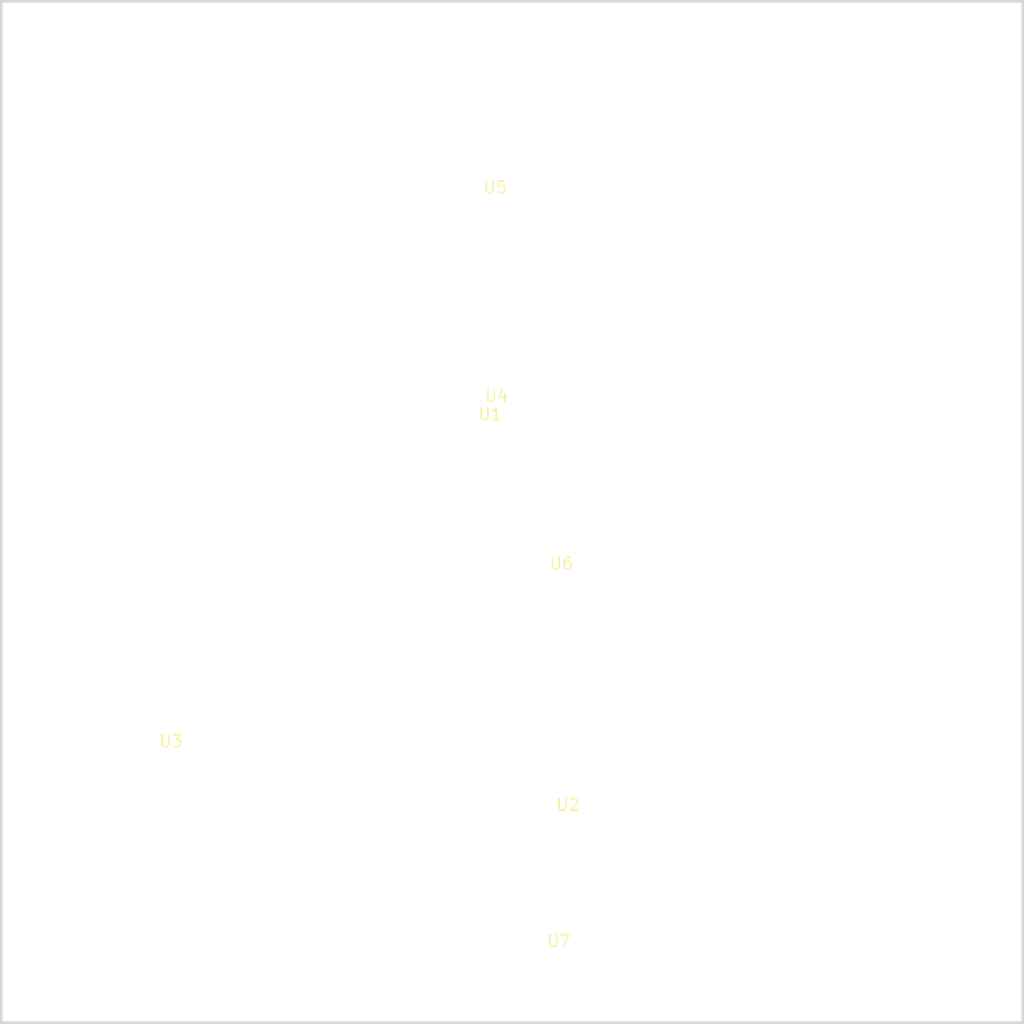
<source format=kicad_pcb>
(kicad_pcb (version 20171130) (host pcbnew "(5.1.5)-3") (page "A4") (layers (0 "F.Cu" signal) (31 "B.Cu" signal) (32 "B.Adhes" user) (33 "F.Adhes" user) (34 "B.Paste" user) (35 "F.Paste" user) (36 "B.SilkS" user) (37 "F.SilkS" user) (38 "B.Mask" user) (39 "F.Mask" user) (40 "Dwgs.User" user) (41 "Cmts.User" user) (42 "Eco1.User" user) (43 "Eco2.User" user) (44 "Edge.Cuts" user) (45 "Margin" user) (46 "B.CrtYd" user) (47 "F.CrtYd" user) (48 "B.Fab" user hide) (49 "F.Fab" user hide)) (net 0 "") (gr_line (start 17.78 -29.515) (end 117.78 -29.515) (width 0.254) (layer "Edge.Cuts")) (gr_line (start 117.78 -29.515) (end 117.78 70.485) (width 0.254) (layer "Edge.Cuts")) (gr_line (start 117.78 70.485) (end 17.78 70.485) (width 0.254) (layer "Edge.Cuts")) (gr_line (start 17.78 70.485) (end 17.78 -29.515) (width 0.254) (layer "Edge.Cuts")) (module "easyeda:NATALIE-MD" (layer "F.Cu") (at 60.833 25.4) (fp_text value "NATALIE-MD" (at 3.556 -16.256 0) (layer "F.Fab") hide (effects (font (size 1.143 1.143) (thickness 0.152)) (justify left))) (fp_text reference "U1" (at 3.556 -14.478 0) (layer "F.SilkS") (effects (font (size 1.143 1.143) (thickness 0.152)) (justify left))) (fp_text user gge37 (at 0 0) (layer "Cmts.User") (effects (font (size 1 1) (thickness 0.15))))) (module "easyeda:NATALIE-ABC" (layer "F.Cu") (at 72.263 52.705) (fp_text value "NATALIE-ABC" (at -0.254 -5.334 0) (layer "F.Fab") hide (effects (font (size 1.143 1.143) (thickness 0.152)) (justify left))) (fp_text reference "U2" (at -0.254 -3.556 0) (layer "F.SilkS") (effects (font (size 1.143 1.143) (thickness 0.152)) (justify left))) (fp_text user gge85 (at 0 0) (layer "Cmts.User") (effects (font (size 1 1) (thickness 0.15))))) (module "easyeda:NATALIE-SITE" (layer "F.Cu") (at 34.925 46.482) (fp_text value "NATALIE-SITE" (at -1.778 -5.334 0) (layer "F.Fab") hide (effects (font (size 1.143 1.143) (thickness 0.152)) (justify left))) (fp_text reference "U3" (at -1.778 -3.556 0) (layer "F.SilkS") (effects (font (size 1.143 1.143) (thickness 0.152)) (justify left))) (fp_text user gge133 (at 0 0) (layer "Cmts.User") (effects (font (size 1 1) (thickness 0.15))))) (module "easyeda:NATALIE-HEART-FIRE" (layer "F.Cu") (at 62.23 12.7) (fp_text value "NATALIE-HEART-FIRE" (at 2.794 -5.334 0) (layer "F.Fab") hide (effects (font (size 1.143 1.143) (thickness 0.152)) (justify left))) (fp_text reference "U4" (at 2.794 -3.556 0) (layer "F.SilkS") (effects (font (size 1.143 1.143) (thickness 0.152)) (justify left))) (fp_text user gge181 (at 0 0) (layer "Cmts.User") (effects (font (size 1 1) (thickness 0.15))))) (module "easyeda:NATALIE-HEART-FIRE" (layer "F.Cu") (at 62.103 -7.747) (fp_text value "NATALIE-HEART-FIRE" (at 2.794 -5.334 0) (layer "F.Fab") hide (effects (font (size 1.143 1.143) (thickness 0.152)) (justify left))) (fp_text reference "U5" (at 2.794 -3.556 0) (layer "F.SilkS") (effects (font (size 1.143 1.143) (thickness 0.152)) (justify left))) (fp_text user gge202 (at 0 0) (layer "Cmts.User") (effects (font (size 1 1) (thickness 0.15))))) (module "easyeda:NATALIE-MEGAGRRL-DESKTOP" (layer "F.Cu") (at 70.358 28.575) (fp_text value "NATALIE-MEGAGRRL-DESKTOP" (at 1.016 -4.826 0) (layer "F.Fab") hide (effects (font (size 1.143 1.143) (thickness 0.152)) (justify left))) (fp_text reference "U6" (at 1.016 -3.048 0) (layer "F.SilkS") (effects (font (size 1.143 1.143) (thickness 0.152)) (justify left))) (fp_text user gge250 (at 0 0) (layer "Cmts.User") (effects (font (size 1 1) (thickness 0.15))))) (module "easyeda:NATALIE-MEGAGRRL-DESKTOP" (layer "F.Cu") (at 70.104 65.532) (fp_text value "NATALIE-MEGAGRRL-DESKTOP" (at 1.016 -4.826 0) (layer "F.Fab") hide (effects (font (size 1.143 1.143) (thickness 0.152)) (justify left))) (fp_text reference "U7" (at 1.016 -3.048 0) (layer "F.SilkS") (effects (font (size 1.143 1.143) (thickness 0.152)) (justify left))) (fp_text user gge271 (at 0 0) (layer "Cmts.User") (effects (font (size 1 1) (thickness 0.15))))))
</source>
